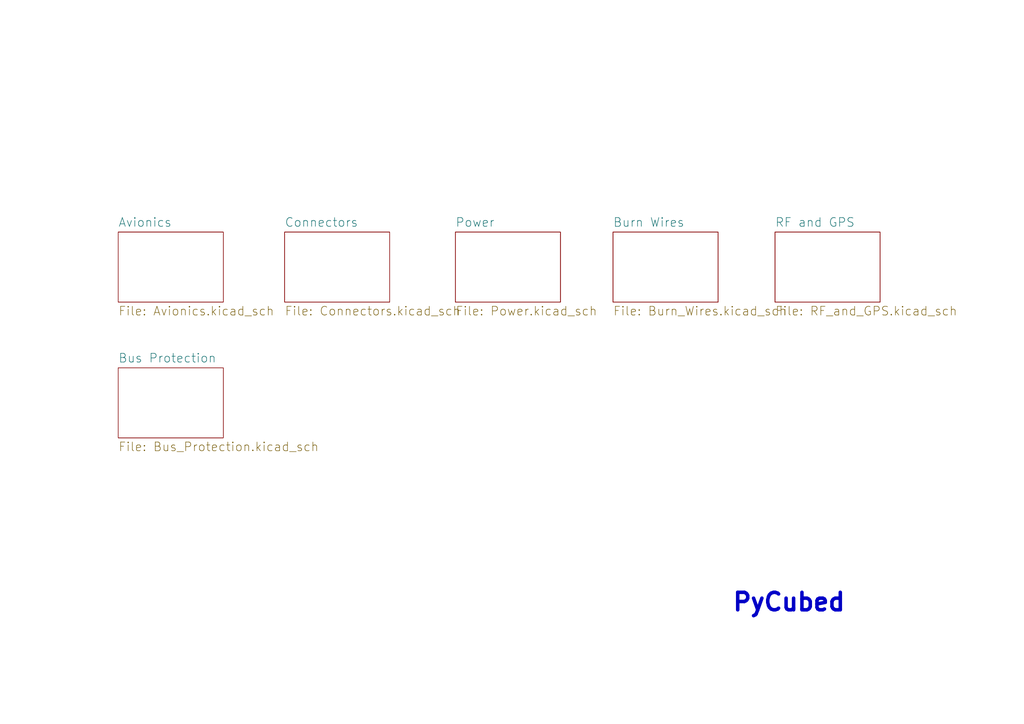
<source format=kicad_sch>
(kicad_sch (version 20230121) (generator eeschema)
  (paper "A4")
  (title_block (title "PyCubed Mainboard") (date "2023-09-07") (rev "v05d") (company "Max Holliday"))
  (lib_symbols)
  (text "PyCubed" (at 212.09 177.8 0) (effects (font (size 5.08 5.08) (thickness 1.016) bold) (justify left bottom)))
  (sheet (at 34.29 67.31) (size 30.48 20.32)
    (property "Sheetname" "Avionics" (at 34.29 65.9634 0) (effects (font (size 2.54 2.54)) (justify left bottom)))
    (property "Sheetfile" "Avionics.kicad_sch" (at 34.29 88.7226 0) (effects (font (size 2.54 2.54)) (justify left top)))
  )
  (sheet (at 132.08 67.31) (size 30.48 20.32)
    (property "Sheetname" "Power" (at 132.08 65.9634 0) (effects (font (size 2.54 2.54)) (justify left bottom)))
    (property "Sheetfile" "Power.kicad_sch" (at 132.08 88.7226 0) (effects (font (size 2.54 2.54)) (justify left top)))
  )
  (sheet (at 82.55 67.31) (size 30.48 20.32)
    (property "Sheetname" "Connectors" (at 82.55 65.9634 0) (effects (font (size 2.54 2.54)) (justify left bottom)))
    (property "Sheetfile" "Connectors.kicad_sch" (at 82.55 88.7226 0) (effects (font (size 2.54 2.54)) (justify left top)))
  )
  (sheet (at 224.79 67.31) (size 30.48 20.32)
    (property "Sheetname" "RF and GPS" (at 224.79 65.9634 0) (effects (font (size 2.54 2.54)) (justify left bottom)))
    (property "Sheetfile" "RF_and_GPS.kicad_sch" (at 224.79 88.7226 0) (effects (font (size 2.54 2.54)) (justify left top)))
  )
  (sheet (at 177.8 67.31) (size 30.48 20.32)
    (property "Sheetname" "Burn Wires" (at 177.8 65.9634 0) (effects (font (size 2.54 2.54)) (justify left bottom)))
    (property "Sheetfile" "Burn_Wires.kicad_sch" (at 177.8 88.7226 0) (effects (font (size 2.54 2.54)) (justify left top)))
  )
  (sheet (at 34.29 106.68) (size 30.48 20.32)
    (property "Sheetname" "Bus Protection" (at 34.29 105.3334 0) (effects (font (size 2.54 2.54)) (justify left bottom)))
    (property "Sheetfile" "Bus_Protection.kicad_sch" (at 34.29 128.0926 0) (effects (font (size 2.54 2.54)) (justify left top)))
  )
)
</source>
